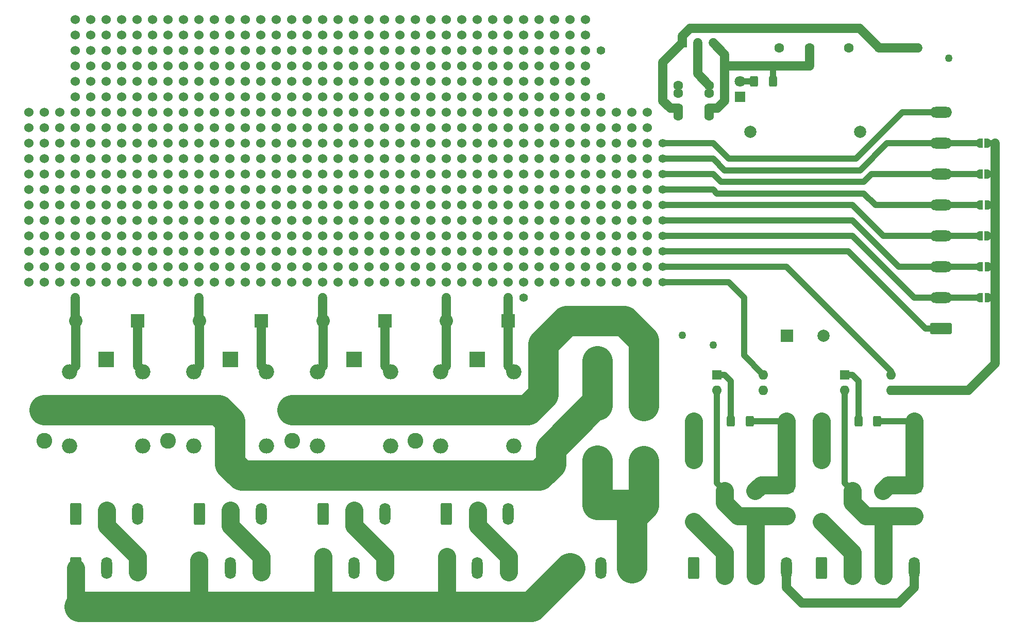
<source format=gbl>
G04 #@! TF.GenerationSoftware,KiCad,Pcbnew,7.0.9*
G04 #@! TF.CreationDate,2024-10-14T21:56:28+02:00*
G04 #@! TF.ProjectId,unister,756e6973-7465-4722-9e6b-696361645f70,rev?*
G04 #@! TF.SameCoordinates,Original*
G04 #@! TF.FileFunction,Copper,L2,Bot*
G04 #@! TF.FilePolarity,Positive*
%FSLAX46Y46*%
G04 Gerber Fmt 4.6, Leading zero omitted, Abs format (unit mm)*
G04 Created by KiCad (PCBNEW 7.0.9) date 2024-10-14 21:56:28*
%MOMM*%
%LPD*%
G01*
G04 APERTURE LIST*
G04 Aperture macros list*
%AMRoundRect*
0 Rectangle with rounded corners*
0 $1 Rounding radius*
0 $2 $3 $4 $5 $6 $7 $8 $9 X,Y pos of 4 corners*
0 Add a 4 corners polygon primitive as box body*
4,1,4,$2,$3,$4,$5,$6,$7,$8,$9,$2,$3,0*
0 Add four circle primitives for the rounded corners*
1,1,$1+$1,$2,$3*
1,1,$1+$1,$4,$5*
1,1,$1+$1,$6,$7*
1,1,$1+$1,$8,$9*
0 Add four rect primitives between the rounded corners*
20,1,$1+$1,$2,$3,$4,$5,0*
20,1,$1+$1,$4,$5,$6,$7,0*
20,1,$1+$1,$6,$7,$8,$9,0*
20,1,$1+$1,$8,$9,$2,$3,0*%
%AMFreePoly0*
4,1,19,0.500000,-0.750000,0.000000,-0.750000,0.000000,-0.744911,-0.071157,-0.744911,-0.207708,-0.704816,-0.327430,-0.627875,-0.420627,-0.520320,-0.479746,-0.390866,-0.500000,-0.250000,-0.500000,0.250000,-0.479746,0.390866,-0.420627,0.520320,-0.327430,0.627875,-0.207708,0.704816,-0.071157,0.744911,0.000000,0.744911,0.000000,0.750000,0.500000,0.750000,0.500000,-0.750000,0.500000,-0.750000,
$1*%
%AMFreePoly1*
4,1,19,0.000000,0.744911,0.071157,0.744911,0.207708,0.704816,0.327430,0.627875,0.420627,0.520320,0.479746,0.390866,0.500000,0.250000,0.500000,-0.250000,0.479746,-0.390866,0.420627,-0.520320,0.327430,-0.627875,0.207708,-0.704816,0.071157,-0.744911,0.000000,-0.744911,0.000000,-0.750000,-0.500000,-0.750000,-0.500000,0.750000,0.000000,0.750000,0.000000,0.744911,0.000000,0.744911,
$1*%
G04 Aperture macros list end*
G04 #@! TA.AperFunction,ComponentPad*
%ADD10R,2.000000X2.000000*%
G04 #@! TD*
G04 #@! TA.AperFunction,ComponentPad*
%ADD11C,2.000000*%
G04 #@! TD*
G04 #@! TA.AperFunction,ComponentPad*
%ADD12C,1.600000*%
G04 #@! TD*
G04 #@! TA.AperFunction,ComponentPad*
%ADD13O,1.600000X1.600000*%
G04 #@! TD*
G04 #@! TA.AperFunction,ComponentPad*
%ADD14C,1.524000*%
G04 #@! TD*
G04 #@! TA.AperFunction,ComponentPad*
%ADD15R,2.200000X2.200000*%
G04 #@! TD*
G04 #@! TA.AperFunction,ComponentPad*
%ADD16O,2.200000X2.200000*%
G04 #@! TD*
G04 #@! TA.AperFunction,ComponentPad*
%ADD17C,1.270000*%
G04 #@! TD*
G04 #@! TA.AperFunction,ComponentPad*
%ADD18C,1.400000*%
G04 #@! TD*
G04 #@! TA.AperFunction,ComponentPad*
%ADD19RoundRect,0.250000X1.550000X-0.650000X1.550000X0.650000X-1.550000X0.650000X-1.550000X-0.650000X0*%
G04 #@! TD*
G04 #@! TA.AperFunction,ComponentPad*
%ADD20O,3.600000X1.800000*%
G04 #@! TD*
G04 #@! TA.AperFunction,ComponentPad*
%ADD21RoundRect,0.250000X-0.650000X-1.550000X0.650000X-1.550000X0.650000X1.550000X-0.650000X1.550000X0*%
G04 #@! TD*
G04 #@! TA.AperFunction,ComponentPad*
%ADD22O,1.800000X3.600000*%
G04 #@! TD*
G04 #@! TA.AperFunction,ComponentPad*
%ADD23R,1.500000X1.500000*%
G04 #@! TD*
G04 #@! TA.AperFunction,ComponentPad*
%ADD24C,1.500000*%
G04 #@! TD*
G04 #@! TA.AperFunction,ComponentPad*
%ADD25R,2.500000X2.500000*%
G04 #@! TD*
G04 #@! TA.AperFunction,ComponentPad*
%ADD26O,2.500000X2.500000*%
G04 #@! TD*
G04 #@! TA.AperFunction,ComponentPad*
%ADD27RoundRect,0.500000X0.900000X-0.500000X0.900000X0.500000X-0.900000X0.500000X-0.900000X-0.500000X0*%
G04 #@! TD*
G04 #@! TA.AperFunction,ComponentPad*
%ADD28O,2.800000X2.000000*%
G04 #@! TD*
G04 #@! TA.AperFunction,ComponentPad*
%ADD29R,2.400000X2.400000*%
G04 #@! TD*
G04 #@! TA.AperFunction,ComponentPad*
%ADD30O,2.400000X2.400000*%
G04 #@! TD*
G04 #@! TA.AperFunction,ComponentPad*
%ADD31R,1.800000X1.800000*%
G04 #@! TD*
G04 #@! TA.AperFunction,ComponentPad*
%ADD32C,1.800000*%
G04 #@! TD*
G04 #@! TA.AperFunction,ComponentPad*
%ADD33RoundRect,0.650000X-0.650000X0.650000X-0.650000X-0.650000X0.650000X-0.650000X0.650000X0.650000X0*%
G04 #@! TD*
G04 #@! TA.AperFunction,ComponentPad*
%ADD34C,2.600000*%
G04 #@! TD*
G04 #@! TA.AperFunction,ComponentPad*
%ADD35R,1.600000X1.600000*%
G04 #@! TD*
G04 #@! TA.AperFunction,SMDPad,CuDef*
%ADD36FreePoly0,0.000000*%
G04 #@! TD*
G04 #@! TA.AperFunction,SMDPad,CuDef*
%ADD37FreePoly1,0.000000*%
G04 #@! TD*
G04 #@! TA.AperFunction,SMDPad,CuDef*
%ADD38RoundRect,0.250000X-0.400000X-0.625000X0.400000X-0.625000X0.400000X0.625000X-0.400000X0.625000X0*%
G04 #@! TD*
G04 #@! TA.AperFunction,SMDPad,CuDef*
%ADD39RoundRect,0.250000X0.400000X0.625000X-0.400000X0.625000X-0.400000X-0.625000X0.400000X-0.625000X0*%
G04 #@! TD*
G04 #@! TA.AperFunction,Conductor*
%ADD40C,5.000000*%
G04 #@! TD*
G04 #@! TA.AperFunction,Conductor*
%ADD41C,1.500000*%
G04 #@! TD*
G04 #@! TA.AperFunction,Conductor*
%ADD42C,1.000000*%
G04 #@! TD*
G04 #@! TA.AperFunction,Conductor*
%ADD43C,3.000000*%
G04 #@! TD*
G04 APERTURE END LIST*
D10*
X188025000Y-97100000D03*
D11*
X194025000Y-97100000D03*
X182025000Y-63500000D03*
X200025000Y-63500000D03*
D12*
X193675000Y-111125000D03*
D13*
X208915000Y-111125000D03*
D14*
X66040000Y-75565000D03*
X68580000Y-65405000D03*
X68580000Y-60325000D03*
D15*
X193675000Y-117475000D03*
D16*
X193675000Y-127635000D03*
D17*
X170805000Y-96990000D03*
X175905000Y-98590000D03*
D18*
X167640000Y-78105000D03*
D14*
X68580000Y-62865000D03*
D15*
X81297500Y-94615000D03*
D16*
X71137500Y-94615000D03*
D15*
X172720000Y-117475000D03*
D16*
X172720000Y-127635000D03*
D14*
X68580000Y-67945000D03*
D19*
X213360000Y-95885000D03*
D20*
X213360000Y-90805000D03*
X213360000Y-85725000D03*
X213360000Y-80645000D03*
X213360000Y-75565000D03*
X213360000Y-70485000D03*
X213360000Y-65405000D03*
X213360000Y-60325000D03*
D14*
X63500000Y-83185000D03*
D21*
X152400000Y-135255000D03*
D22*
X157480000Y-135255000D03*
X162560000Y-135255000D03*
D18*
X111760000Y-90805000D03*
D14*
X66040000Y-60325000D03*
D23*
X170815000Y-48895000D03*
D24*
X173355000Y-48895000D03*
X175895000Y-48895000D03*
D12*
X182840000Y-122555000D03*
X177840000Y-122555000D03*
X203755000Y-122555000D03*
X198755000Y-122555000D03*
D14*
X68580000Y-73025000D03*
D18*
X167640000Y-83185000D03*
D25*
X96537500Y-100965000D03*
D26*
X90537500Y-102965000D03*
X90537500Y-115165000D03*
X102537500Y-115165000D03*
X102537500Y-102965000D03*
D27*
X164465000Y-124935000D03*
X164465000Y-117665000D03*
D28*
X164465000Y-108585000D03*
X164465000Y-101315000D03*
D21*
X132088750Y-126365000D03*
D22*
X137168750Y-126365000D03*
X142248750Y-126365000D03*
D14*
X66040000Y-65405000D03*
X63500000Y-62865000D03*
D18*
X157480000Y-57785000D03*
D21*
X132088750Y-135255000D03*
D22*
X137168750Y-135255000D03*
X142248750Y-135255000D03*
D12*
X203160000Y-49715000D03*
X198160000Y-49715000D03*
D14*
X68580000Y-75565000D03*
D18*
X157480000Y-50165000D03*
D14*
X63500000Y-75565000D03*
D15*
X121955000Y-94615000D03*
D16*
X111795000Y-94615000D03*
D18*
X167640000Y-85725000D03*
D29*
X187960000Y-121585000D03*
D30*
X187960000Y-126665000D03*
D14*
X68580000Y-85725000D03*
D18*
X167640000Y-73025000D03*
D14*
X66040000Y-70485000D03*
X68580000Y-88265000D03*
D25*
X116875000Y-100965000D03*
D26*
X110875000Y-102965000D03*
X110875000Y-115165000D03*
X122875000Y-115165000D03*
X122875000Y-102965000D03*
D14*
X66040000Y-83185000D03*
D25*
X76200000Y-100965000D03*
D26*
X70200000Y-102965000D03*
X70200000Y-115165000D03*
X82200000Y-115165000D03*
X82200000Y-102965000D03*
D25*
X137160000Y-100965000D03*
D26*
X131160000Y-102965000D03*
X131160000Y-115165000D03*
X143160000Y-115165000D03*
X143160000Y-102965000D03*
D14*
X68580000Y-78105000D03*
D18*
X71120000Y-90805000D03*
D14*
X66040000Y-73025000D03*
D27*
X156845000Y-124840000D03*
X156845000Y-117570000D03*
D28*
X156845000Y-108490000D03*
X156845000Y-101220000D03*
D14*
X63500000Y-80645000D03*
D18*
X167640000Y-80645000D03*
D14*
X66040000Y-67945000D03*
X66040000Y-85725000D03*
D31*
X180340000Y-57785000D03*
D32*
X180340000Y-55245000D03*
D14*
X63500000Y-65405000D03*
D21*
X91457500Y-126365000D03*
D22*
X96537500Y-126365000D03*
X101617500Y-126365000D03*
D33*
X127000000Y-109220000D03*
D34*
X127000000Y-114300000D03*
D18*
X167640000Y-70485000D03*
X142240000Y-90805000D03*
D21*
X111777500Y-126365000D03*
D22*
X116857500Y-126365000D03*
X121937500Y-126365000D03*
D14*
X68580000Y-83185000D03*
X63500000Y-88265000D03*
X157480000Y-62865000D03*
X160020000Y-62865000D03*
X162560000Y-62865000D03*
X165100000Y-62865000D03*
X157480000Y-65405000D03*
X160020000Y-65405000D03*
X162560000Y-65405000D03*
X165100000Y-65405000D03*
X157480000Y-67945000D03*
X160020000Y-67945000D03*
X162560000Y-67945000D03*
X165100000Y-67945000D03*
X157480000Y-70485000D03*
X160020000Y-70485000D03*
X162560000Y-70485000D03*
X165100000Y-70485000D03*
X157480000Y-73025000D03*
X160020000Y-73025000D03*
X162560000Y-73025000D03*
X165100000Y-73025000D03*
X157480000Y-75565000D03*
X160020000Y-75565000D03*
X162560000Y-75565000D03*
X165100000Y-75565000D03*
X157480000Y-78105000D03*
X160020000Y-78105000D03*
X162560000Y-78105000D03*
X165100000Y-78105000D03*
X157480000Y-80645000D03*
X160020000Y-80645000D03*
X162560000Y-80645000D03*
X165100000Y-80645000D03*
X157480000Y-83185000D03*
X160020000Y-83185000D03*
X71120000Y-45085000D03*
X162560000Y-83185000D03*
X73660000Y-45085000D03*
X165100000Y-83185000D03*
X76200000Y-45085000D03*
X157480000Y-85725000D03*
X78740000Y-45085000D03*
X160020000Y-85725000D03*
X81280000Y-45085000D03*
X162560000Y-85725000D03*
X83820000Y-45085000D03*
X165100000Y-85725000D03*
X86360000Y-45085000D03*
X157480000Y-88265000D03*
X88900000Y-45085000D03*
X160020000Y-88265000D03*
X91440000Y-45085000D03*
X162560000Y-88265000D03*
X93980000Y-45085000D03*
X165100000Y-88265000D03*
X96520000Y-45085000D03*
X99060000Y-45085000D03*
X101600000Y-45085000D03*
X104140000Y-45085000D03*
X106680000Y-45085000D03*
X109220000Y-45085000D03*
X111760000Y-45085000D03*
X114300000Y-45085000D03*
X116840000Y-45085000D03*
X119380000Y-45085000D03*
X121920000Y-45085000D03*
X124460000Y-45085000D03*
X127000000Y-45085000D03*
X129540000Y-45085000D03*
X132080000Y-45085000D03*
X134620000Y-45085000D03*
X137160000Y-45085000D03*
X139700000Y-45085000D03*
X142240000Y-45085000D03*
X144780000Y-45085000D03*
X147320000Y-45085000D03*
X149860000Y-45085000D03*
X152400000Y-45085000D03*
X154940000Y-45085000D03*
X71120000Y-47625000D03*
X73660000Y-47625000D03*
X76200000Y-47625000D03*
X78740000Y-47625000D03*
X81280000Y-47625000D03*
X83820000Y-47625000D03*
X86360000Y-47625000D03*
X88900000Y-47625000D03*
X91440000Y-47625000D03*
X93980000Y-47625000D03*
X96520000Y-47625000D03*
X99060000Y-47625000D03*
X101600000Y-47625000D03*
X104140000Y-47625000D03*
X106680000Y-47625000D03*
X109220000Y-47625000D03*
X111760000Y-47625000D03*
X114300000Y-47625000D03*
X116840000Y-47625000D03*
X119380000Y-47625000D03*
X121920000Y-47625000D03*
X124460000Y-47625000D03*
X127000000Y-47625000D03*
X129540000Y-47625000D03*
X132080000Y-47625000D03*
X134620000Y-47625000D03*
X137160000Y-47625000D03*
X139700000Y-47625000D03*
X142240000Y-47625000D03*
X144780000Y-47625000D03*
X147320000Y-47625000D03*
X149860000Y-47625000D03*
X152400000Y-47625000D03*
X154940000Y-47625000D03*
X71120000Y-50165000D03*
X73660000Y-50165000D03*
X76200000Y-50165000D03*
X78740000Y-50165000D03*
X81280000Y-50165000D03*
X83820000Y-50165000D03*
X86360000Y-50165000D03*
X88900000Y-50165000D03*
X91440000Y-50165000D03*
X93980000Y-50165000D03*
X96520000Y-50165000D03*
X99060000Y-50165000D03*
X101600000Y-50165000D03*
X104140000Y-50165000D03*
X106680000Y-50165000D03*
X109220000Y-50165000D03*
X111760000Y-50165000D03*
X114300000Y-50165000D03*
X116840000Y-50165000D03*
X119380000Y-50165000D03*
X121920000Y-50165000D03*
X124460000Y-50165000D03*
X127000000Y-50165000D03*
X129540000Y-50165000D03*
X132080000Y-50165000D03*
X134620000Y-50165000D03*
X137160000Y-50165000D03*
X139700000Y-50165000D03*
X142240000Y-50165000D03*
X144780000Y-50165000D03*
X147320000Y-50165000D03*
X149860000Y-50165000D03*
X152400000Y-50165000D03*
X154940000Y-50165000D03*
X71120000Y-52705000D03*
X73660000Y-52705000D03*
X76200000Y-52705000D03*
X78740000Y-52705000D03*
X81280000Y-52705000D03*
X83820000Y-52705000D03*
X86360000Y-52705000D03*
X88900000Y-52705000D03*
X91440000Y-52705000D03*
X93980000Y-52705000D03*
X96520000Y-52705000D03*
X99060000Y-52705000D03*
X101600000Y-52705000D03*
X104140000Y-52705000D03*
X106680000Y-52705000D03*
X109220000Y-52705000D03*
X111760000Y-52705000D03*
X114300000Y-52705000D03*
X116840000Y-52705000D03*
X119380000Y-52705000D03*
X121920000Y-52705000D03*
X124460000Y-52705000D03*
X127000000Y-52705000D03*
X129540000Y-52705000D03*
X132080000Y-52705000D03*
X134620000Y-52705000D03*
X137160000Y-52705000D03*
X139700000Y-52705000D03*
X142240000Y-52705000D03*
X144780000Y-52705000D03*
X147320000Y-52705000D03*
X149860000Y-52705000D03*
X152400000Y-52705000D03*
X154940000Y-52705000D03*
X71120000Y-55245000D03*
X73660000Y-55245000D03*
X76200000Y-55245000D03*
X78740000Y-55245000D03*
X81280000Y-55245000D03*
X83820000Y-55245000D03*
X86360000Y-55245000D03*
X88900000Y-55245000D03*
X91440000Y-55245000D03*
X93980000Y-55245000D03*
X96520000Y-55245000D03*
X99060000Y-55245000D03*
X101600000Y-55245000D03*
X104140000Y-55245000D03*
X106680000Y-55245000D03*
X109220000Y-55245000D03*
X111760000Y-55245000D03*
X114300000Y-55245000D03*
X116840000Y-55245000D03*
X119380000Y-55245000D03*
X121920000Y-55245000D03*
X124460000Y-55245000D03*
X127000000Y-55245000D03*
X129540000Y-55245000D03*
X132080000Y-55245000D03*
X134620000Y-55245000D03*
X137160000Y-55245000D03*
X139700000Y-55245000D03*
X142240000Y-55245000D03*
X144780000Y-55245000D03*
X147320000Y-55245000D03*
X149860000Y-55245000D03*
X152400000Y-55245000D03*
X154940000Y-55245000D03*
X71120000Y-57785000D03*
X73660000Y-57785000D03*
X76200000Y-57785000D03*
X78740000Y-57785000D03*
X81280000Y-57785000D03*
X83820000Y-57785000D03*
X86360000Y-57785000D03*
X88900000Y-57785000D03*
X91440000Y-57785000D03*
X93980000Y-57785000D03*
X96520000Y-57785000D03*
X99060000Y-57785000D03*
X101600000Y-57785000D03*
X104140000Y-57785000D03*
X106680000Y-57785000D03*
X109220000Y-57785000D03*
X111760000Y-57785000D03*
X114300000Y-57785000D03*
X116840000Y-57785000D03*
X119380000Y-57785000D03*
X121920000Y-57785000D03*
X124460000Y-57785000D03*
X127000000Y-57785000D03*
X129540000Y-57785000D03*
X132080000Y-57785000D03*
X134620000Y-57785000D03*
X137160000Y-57785000D03*
X139700000Y-57785000D03*
X142240000Y-57785000D03*
X144780000Y-57785000D03*
X147320000Y-57785000D03*
X149860000Y-57785000D03*
X152400000Y-57785000D03*
X154940000Y-57785000D03*
X71120000Y-60325000D03*
X73660000Y-60325000D03*
X76200000Y-60325000D03*
X78740000Y-60325000D03*
X81280000Y-60325000D03*
X83820000Y-60325000D03*
X86360000Y-60325000D03*
X88900000Y-60325000D03*
X91440000Y-60325000D03*
X93980000Y-60325000D03*
X96520000Y-60325000D03*
X99060000Y-60325000D03*
X101600000Y-60325000D03*
X104140000Y-60325000D03*
X106680000Y-60325000D03*
X109220000Y-60325000D03*
X111760000Y-60325000D03*
X114300000Y-60325000D03*
X116840000Y-60325000D03*
X119380000Y-60325000D03*
X121920000Y-60325000D03*
X124460000Y-60325000D03*
X127000000Y-60325000D03*
X129540000Y-60325000D03*
X132080000Y-60325000D03*
X134620000Y-60325000D03*
X137160000Y-60325000D03*
X139700000Y-60325000D03*
X142240000Y-60325000D03*
X144780000Y-60325000D03*
X147320000Y-60325000D03*
X149860000Y-60325000D03*
X152400000Y-60325000D03*
X154940000Y-60325000D03*
X71120000Y-62865000D03*
X73660000Y-62865000D03*
X76200000Y-62865000D03*
X78740000Y-62865000D03*
X81280000Y-62865000D03*
X83820000Y-62865000D03*
X86360000Y-62865000D03*
X88900000Y-62865000D03*
X91440000Y-62865000D03*
X93980000Y-62865000D03*
X96520000Y-62865000D03*
X99060000Y-62865000D03*
X101600000Y-62865000D03*
X104140000Y-62865000D03*
X106680000Y-62865000D03*
X109220000Y-62865000D03*
X111760000Y-62865000D03*
X114300000Y-62865000D03*
X116840000Y-62865000D03*
X119380000Y-62865000D03*
X121920000Y-62865000D03*
X124460000Y-62865000D03*
X127000000Y-62865000D03*
X129540000Y-62865000D03*
X132080000Y-62865000D03*
X134620000Y-62865000D03*
X137160000Y-62865000D03*
X139700000Y-62865000D03*
X142240000Y-62865000D03*
X144780000Y-62865000D03*
X147320000Y-62865000D03*
X149860000Y-62865000D03*
X152400000Y-62865000D03*
X154940000Y-62865000D03*
X71120000Y-65405000D03*
X73660000Y-65405000D03*
X76200000Y-65405000D03*
X78740000Y-65405000D03*
X81280000Y-65405000D03*
X83820000Y-65405000D03*
X86360000Y-65405000D03*
X88900000Y-65405000D03*
X91440000Y-65405000D03*
X93980000Y-65405000D03*
X96520000Y-65405000D03*
X99060000Y-65405000D03*
X101600000Y-65405000D03*
X104140000Y-65405000D03*
X106680000Y-65405000D03*
X109220000Y-65405000D03*
X111760000Y-65405000D03*
X114300000Y-65405000D03*
X116840000Y-65405000D03*
X119380000Y-65405000D03*
X121920000Y-65405000D03*
X124460000Y-65405000D03*
X127000000Y-65405000D03*
X129540000Y-65405000D03*
X132080000Y-65405000D03*
X134620000Y-65405000D03*
X137160000Y-65405000D03*
X139700000Y-65405000D03*
X142240000Y-65405000D03*
X144780000Y-65405000D03*
X147320000Y-65405000D03*
X149860000Y-65405000D03*
X152400000Y-65405000D03*
X154940000Y-65405000D03*
X71120000Y-67945000D03*
X73660000Y-67945000D03*
X76200000Y-67945000D03*
X78740000Y-67945000D03*
X81280000Y-67945000D03*
X83820000Y-67945000D03*
X86360000Y-67945000D03*
X88900000Y-67945000D03*
X91440000Y-67945000D03*
X93980000Y-67945000D03*
X96520000Y-67945000D03*
X99060000Y-67945000D03*
X101600000Y-67945000D03*
X104140000Y-67945000D03*
X106680000Y-67945000D03*
X109220000Y-67945000D03*
X111760000Y-67945000D03*
X114300000Y-67945000D03*
X116840000Y-67945000D03*
X119380000Y-67945000D03*
X121920000Y-67945000D03*
X124460000Y-67945000D03*
X127000000Y-67945000D03*
X129540000Y-67945000D03*
X132080000Y-67945000D03*
X134620000Y-67945000D03*
X137160000Y-67945000D03*
X139700000Y-67945000D03*
X142240000Y-67945000D03*
X144780000Y-67945000D03*
X147320000Y-67945000D03*
X149860000Y-67945000D03*
X152400000Y-67945000D03*
X154940000Y-67945000D03*
X71120000Y-70485000D03*
X73660000Y-70485000D03*
X76200000Y-70485000D03*
X78740000Y-70485000D03*
X81280000Y-70485000D03*
X83820000Y-70485000D03*
X86360000Y-70485000D03*
X88900000Y-70485000D03*
X91440000Y-70485000D03*
X93980000Y-70485000D03*
X96520000Y-70485000D03*
X99060000Y-70485000D03*
X101600000Y-70485000D03*
X104140000Y-70485000D03*
X106680000Y-70485000D03*
X109220000Y-70485000D03*
X111760000Y-70485000D03*
X114300000Y-70485000D03*
X116840000Y-70485000D03*
X119380000Y-70485000D03*
X121920000Y-70485000D03*
X124460000Y-70485000D03*
X127000000Y-70485000D03*
X129540000Y-70485000D03*
X132080000Y-70485000D03*
X134620000Y-70485000D03*
X137160000Y-70485000D03*
X139700000Y-70485000D03*
X142240000Y-70485000D03*
X144780000Y-70485000D03*
X147320000Y-70485000D03*
X149860000Y-70485000D03*
X152400000Y-70485000D03*
X154940000Y-70485000D03*
X71120000Y-73025000D03*
X73660000Y-73025000D03*
X76200000Y-73025000D03*
X78740000Y-73025000D03*
X81280000Y-73025000D03*
X83820000Y-73025000D03*
X86360000Y-73025000D03*
X88900000Y-73025000D03*
X91440000Y-73025000D03*
X93980000Y-73025000D03*
X96520000Y-73025000D03*
X99060000Y-73025000D03*
X101600000Y-73025000D03*
X104140000Y-73025000D03*
X106680000Y-73025000D03*
X109220000Y-73025000D03*
X111760000Y-73025000D03*
X114300000Y-73025000D03*
X116840000Y-73025000D03*
X119380000Y-73025000D03*
X121920000Y-73025000D03*
X124460000Y-73025000D03*
X127000000Y-73025000D03*
X129540000Y-73025000D03*
X132080000Y-73025000D03*
X134620000Y-73025000D03*
X137160000Y-73025000D03*
X139700000Y-73025000D03*
X142240000Y-73025000D03*
X144780000Y-73025000D03*
X147320000Y-73025000D03*
X149860000Y-73025000D03*
X152400000Y-73025000D03*
X154940000Y-73025000D03*
X71120000Y-75565000D03*
X73660000Y-75565000D03*
X76200000Y-75565000D03*
X78740000Y-75565000D03*
X81280000Y-75565000D03*
X83820000Y-75565000D03*
X86360000Y-75565000D03*
X88900000Y-75565000D03*
X91440000Y-75565000D03*
X93980000Y-75565000D03*
X96520000Y-75565000D03*
X99060000Y-75565000D03*
X101600000Y-75565000D03*
X104140000Y-75565000D03*
X106680000Y-75565000D03*
X109220000Y-75565000D03*
X111760000Y-75565000D03*
X114300000Y-75565000D03*
X116840000Y-75565000D03*
X119380000Y-75565000D03*
X121920000Y-75565000D03*
X124460000Y-75565000D03*
X127000000Y-75565000D03*
X129540000Y-75565000D03*
X132080000Y-75565000D03*
X134620000Y-75565000D03*
X137160000Y-75565000D03*
X139700000Y-75565000D03*
X142240000Y-75565000D03*
X144780000Y-75565000D03*
X147320000Y-75565000D03*
X149860000Y-75565000D03*
X152400000Y-75565000D03*
X154940000Y-75565000D03*
X71120000Y-78105000D03*
X73660000Y-78105000D03*
X76200000Y-78105000D03*
X78740000Y-78105000D03*
X81280000Y-78105000D03*
X83820000Y-78105000D03*
X86360000Y-78105000D03*
X88900000Y-78105000D03*
X91440000Y-78105000D03*
X93980000Y-78105000D03*
X96520000Y-78105000D03*
X99060000Y-78105000D03*
X101600000Y-78105000D03*
X104140000Y-78105000D03*
X106680000Y-78105000D03*
X109220000Y-78105000D03*
X111760000Y-78105000D03*
X114300000Y-78105000D03*
X116840000Y-78105000D03*
X119380000Y-78105000D03*
X121920000Y-78105000D03*
X124460000Y-78105000D03*
X127000000Y-78105000D03*
X129540000Y-78105000D03*
X132080000Y-78105000D03*
X134620000Y-78105000D03*
X137160000Y-78105000D03*
X139700000Y-78105000D03*
X142240000Y-78105000D03*
X144780000Y-78105000D03*
X147320000Y-78105000D03*
X149860000Y-78105000D03*
X152400000Y-78105000D03*
X154940000Y-78105000D03*
X71120000Y-80645000D03*
X73660000Y-80645000D03*
X76200000Y-80645000D03*
X78740000Y-80645000D03*
X81280000Y-80645000D03*
X83820000Y-80645000D03*
X86360000Y-80645000D03*
X88900000Y-80645000D03*
X91440000Y-80645000D03*
X93980000Y-80645000D03*
X96520000Y-80645000D03*
X99060000Y-80645000D03*
X101600000Y-80645000D03*
X104140000Y-80645000D03*
X106680000Y-80645000D03*
X109220000Y-80645000D03*
X111760000Y-80645000D03*
X114300000Y-80645000D03*
X116840000Y-80645000D03*
X119380000Y-80645000D03*
X121920000Y-80645000D03*
X124460000Y-80645000D03*
X127000000Y-80645000D03*
X129540000Y-80645000D03*
X132080000Y-80645000D03*
X134620000Y-80645000D03*
X137160000Y-80645000D03*
X139700000Y-80645000D03*
X142240000Y-80645000D03*
X144780000Y-80645000D03*
X147320000Y-80645000D03*
X149860000Y-80645000D03*
X152400000Y-80645000D03*
X154940000Y-80645000D03*
X71120000Y-83185000D03*
X73660000Y-83185000D03*
X76200000Y-83185000D03*
X78740000Y-83185000D03*
X81280000Y-83185000D03*
X83820000Y-83185000D03*
X86360000Y-83185000D03*
X88900000Y-83185000D03*
X91440000Y-83185000D03*
X93980000Y-83185000D03*
X96520000Y-83185000D03*
X99060000Y-83185000D03*
X101600000Y-83185000D03*
X104140000Y-83185000D03*
X106680000Y-83185000D03*
X109220000Y-83185000D03*
X111760000Y-83185000D03*
X114300000Y-83185000D03*
X116840000Y-83185000D03*
X119380000Y-83185000D03*
X121920000Y-83185000D03*
X124460000Y-83185000D03*
X127000000Y-83185000D03*
X129540000Y-83185000D03*
X132080000Y-83185000D03*
X134620000Y-83185000D03*
X137160000Y-83185000D03*
X139700000Y-83185000D03*
X142240000Y-83185000D03*
X144780000Y-83185000D03*
X147320000Y-83185000D03*
X149860000Y-83185000D03*
X152400000Y-83185000D03*
X154940000Y-83185000D03*
X71120000Y-85725000D03*
X73660000Y-85725000D03*
X76200000Y-85725000D03*
X78740000Y-85725000D03*
X81280000Y-85725000D03*
X83820000Y-85725000D03*
X86360000Y-85725000D03*
X88900000Y-85725000D03*
X91440000Y-85725000D03*
X93980000Y-85725000D03*
X96520000Y-85725000D03*
X99060000Y-85725000D03*
X101600000Y-85725000D03*
X104140000Y-85725000D03*
X106680000Y-85725000D03*
X109220000Y-85725000D03*
X111760000Y-85725000D03*
X114300000Y-85725000D03*
X116840000Y-85725000D03*
X119380000Y-85725000D03*
X121920000Y-85725000D03*
X124460000Y-85725000D03*
X127000000Y-85725000D03*
X129540000Y-85725000D03*
X132080000Y-85725000D03*
X134620000Y-85725000D03*
X137160000Y-85725000D03*
X139700000Y-85725000D03*
X142240000Y-85725000D03*
X144780000Y-85725000D03*
X147320000Y-85725000D03*
X149860000Y-85725000D03*
X152400000Y-85725000D03*
X154940000Y-85725000D03*
X71120000Y-88265000D03*
X73660000Y-88265000D03*
X76200000Y-88265000D03*
X78740000Y-88265000D03*
X81280000Y-88265000D03*
X83820000Y-88265000D03*
X86360000Y-88265000D03*
X88900000Y-88265000D03*
X91440000Y-88265000D03*
X93980000Y-88265000D03*
X96520000Y-88265000D03*
X99060000Y-88265000D03*
X101600000Y-88265000D03*
X104140000Y-88265000D03*
X106680000Y-88265000D03*
X109220000Y-88265000D03*
X111760000Y-88265000D03*
X114300000Y-88265000D03*
X116840000Y-88265000D03*
X119380000Y-88265000D03*
X121920000Y-88265000D03*
X124460000Y-88265000D03*
X127000000Y-88265000D03*
X129540000Y-88265000D03*
X132080000Y-88265000D03*
X134620000Y-88265000D03*
X137160000Y-88265000D03*
X139700000Y-88265000D03*
X142240000Y-88265000D03*
X144780000Y-88265000D03*
X147320000Y-88265000D03*
X149860000Y-88265000D03*
X152400000Y-88265000D03*
X154940000Y-88265000D03*
X157480000Y-60325000D03*
X160020000Y-60325000D03*
X162560000Y-60325000D03*
X165100000Y-60325000D03*
D21*
X193675000Y-135255000D03*
D22*
X198755000Y-135255000D03*
X203835000Y-135255000D03*
X208915000Y-135255000D03*
D14*
X63500000Y-60325000D03*
D12*
X191770000Y-49715000D03*
X186770000Y-49715000D03*
D14*
X63500000Y-70485000D03*
X66040000Y-88265000D03*
D12*
X170180000Y-60920000D03*
X170180000Y-59670000D03*
X170180000Y-57170000D03*
X170180000Y-55920000D03*
D15*
X142248750Y-94615000D03*
D16*
X132088750Y-94615000D03*
D18*
X132080000Y-90805000D03*
D14*
X68580000Y-70485000D03*
D18*
X91440000Y-90805000D03*
D33*
X86360000Y-109220000D03*
D34*
X86360000Y-114300000D03*
D14*
X66040000Y-80645000D03*
X66040000Y-62865000D03*
D35*
X197485000Y-103505000D03*
D13*
X197485000Y-106045000D03*
X205105000Y-106045000D03*
X205105000Y-103505000D03*
D21*
X91457500Y-135255000D03*
D22*
X96537500Y-135255000D03*
X101617500Y-135255000D03*
D21*
X71137500Y-126365000D03*
D22*
X76217500Y-126365000D03*
X81297500Y-126365000D03*
D17*
X214630000Y-51435000D03*
X209530000Y-49835000D03*
D14*
X63500000Y-85725000D03*
D18*
X167640000Y-75565000D03*
D33*
X66040000Y-109220000D03*
D34*
X66040000Y-114300000D03*
D21*
X172720000Y-135255000D03*
D22*
X177800000Y-135255000D03*
X182880000Y-135255000D03*
X187960000Y-135255000D03*
D14*
X63500000Y-73025000D03*
D18*
X167640000Y-88265000D03*
D21*
X71137500Y-135255000D03*
D22*
X76217500Y-135255000D03*
X81297500Y-135255000D03*
D33*
X106697500Y-109220000D03*
D34*
X106697500Y-114300000D03*
D35*
X176540000Y-103500000D03*
D13*
X176540000Y-106040000D03*
X184160000Y-106040000D03*
X184160000Y-103500000D03*
D18*
X144780000Y-90805000D03*
D12*
X175260000Y-60920000D03*
X175260000Y-59670000D03*
X175260000Y-57170000D03*
X175260000Y-55920000D03*
D21*
X111777500Y-135255000D03*
D22*
X116857500Y-135255000D03*
X121937500Y-135255000D03*
D12*
X172720000Y-111125000D03*
D13*
X187960000Y-111125000D03*
D14*
X63500000Y-78105000D03*
X63500000Y-67945000D03*
D18*
X167640000Y-65405000D03*
X167640000Y-67945000D03*
D14*
X68580000Y-80645000D03*
D15*
X101617500Y-94615000D03*
D16*
X91457500Y-94615000D03*
D14*
X66040000Y-78105000D03*
D29*
X208915000Y-121585000D03*
D30*
X208915000Y-126665000D03*
D36*
X219680000Y-65405000D03*
D37*
X220980000Y-65405000D03*
D36*
X219710000Y-75565000D03*
D37*
X221010000Y-75565000D03*
D36*
X219680000Y-80645000D03*
D37*
X220980000Y-80645000D03*
D36*
X219710000Y-85725000D03*
D37*
X221010000Y-85725000D03*
D36*
X219710000Y-90805000D03*
D37*
X221010000Y-90805000D03*
D38*
X182600000Y-55245000D03*
X185700000Y-55245000D03*
D39*
X202845000Y-111125000D03*
X199745000Y-111125000D03*
X181890000Y-111125000D03*
X178790000Y-111125000D03*
D36*
X219680000Y-70485000D03*
D37*
X220980000Y-70485000D03*
D40*
X156845000Y-124840000D02*
X156845000Y-117570000D01*
X164370000Y-124840000D02*
X164465000Y-124935000D01*
X156845000Y-124840000D02*
X164370000Y-124840000D01*
X164465000Y-124935000D02*
X164465000Y-117665000D01*
X162560000Y-126840000D02*
X164465000Y-124935000D01*
D41*
X172085000Y-46540000D02*
X199985000Y-46540000D01*
X167640000Y-52070000D02*
X170815000Y-48895000D01*
X168890000Y-59670000D02*
X167640000Y-58420000D01*
X170815000Y-47810000D02*
X172085000Y-46540000D01*
X199985000Y-46540000D02*
X203160000Y-49715000D01*
X170815000Y-48895000D02*
X170815000Y-47810000D01*
X170180000Y-60920000D02*
X170180000Y-59670000D01*
X203160000Y-49715000D02*
X209550000Y-49715000D01*
X167640000Y-58420000D02*
X167640000Y-52070000D01*
X170180000Y-59670000D02*
X168890000Y-59670000D01*
X208915000Y-138430000D02*
X206375000Y-140970000D01*
X173355000Y-48895000D02*
X173355000Y-54015000D01*
D42*
X220980000Y-70485000D02*
X222250000Y-70485000D01*
D41*
X187960000Y-138430000D02*
X187960000Y-135255000D01*
D42*
X220980000Y-65405000D02*
X222250000Y-65405000D01*
D41*
X173355000Y-54015000D02*
X175260000Y-55920000D01*
D42*
X221010000Y-90805000D02*
X222250000Y-90805000D01*
D41*
X222250000Y-101600000D02*
X222250000Y-90805000D01*
X222250000Y-90805000D02*
X222250000Y-70485000D01*
X222250000Y-70485000D02*
X222250000Y-65405000D01*
X190500000Y-140970000D02*
X187960000Y-138430000D01*
X206375000Y-140970000D02*
X190500000Y-140970000D01*
D42*
X220980000Y-80645000D02*
X222250000Y-80645000D01*
D41*
X208915000Y-135255000D02*
X208915000Y-138430000D01*
D42*
X221010000Y-85725000D02*
X222250000Y-85725000D01*
D41*
X205105000Y-106045000D02*
X217805000Y-106045000D01*
D42*
X221010000Y-75565000D02*
X222250000Y-75565000D01*
D41*
X217805000Y-106045000D02*
X222250000Y-101600000D01*
X177800000Y-52705000D02*
X185420000Y-52705000D01*
X185420000Y-52705000D02*
X191770000Y-52705000D01*
X175260000Y-60920000D02*
X175260000Y-59670000D01*
X175260000Y-59670000D02*
X176550000Y-59670000D01*
D42*
X185700000Y-52985000D02*
X185420000Y-52705000D01*
D41*
X176550000Y-59670000D02*
X177800000Y-58420000D01*
D42*
X185700000Y-55245000D02*
X185700000Y-52985000D01*
D41*
X177800000Y-58420000D02*
X177800000Y-52705000D01*
X177800000Y-50800000D02*
X177800000Y-52705000D01*
X175895000Y-48895000D02*
X177800000Y-50800000D01*
X191770000Y-52705000D02*
X191770000Y-49715000D01*
D43*
X208915000Y-121585000D02*
X204725000Y-121585000D01*
X204725000Y-121585000D02*
X203755000Y-122555000D01*
X208915000Y-121585000D02*
X208915000Y-111125000D01*
D42*
X202845000Y-111125000D02*
X208915000Y-111125000D01*
D43*
X198755000Y-124460000D02*
X200960000Y-126665000D01*
X198755000Y-122555000D02*
X198755000Y-124460000D01*
X203835000Y-135255000D02*
X203835000Y-127300000D01*
X200960000Y-126665000D02*
X204470000Y-126665000D01*
D42*
X197485000Y-121285000D02*
X198755000Y-122555000D01*
D43*
X204470000Y-126665000D02*
X208915000Y-126665000D01*
X203835000Y-127300000D02*
X204470000Y-126665000D01*
X203835000Y-135255000D02*
X203835000Y-136525000D01*
D42*
X197485000Y-106045000D02*
X197485000Y-121285000D01*
X181890000Y-111125000D02*
X187960000Y-111125000D01*
D43*
X187960000Y-121585000D02*
X187960000Y-111125000D01*
X187960000Y-121585000D02*
X183770000Y-121585000D01*
X183770000Y-121585000D02*
X182800000Y-122555000D01*
D42*
X176530000Y-106045000D02*
X176530000Y-121285000D01*
D43*
X182880000Y-135255000D02*
X182880000Y-136525000D01*
X180005000Y-126665000D02*
X183515000Y-126665000D01*
X177800000Y-122555000D02*
X177800000Y-124460000D01*
X182880000Y-127300000D02*
X183515000Y-126665000D01*
X183515000Y-126665000D02*
X187960000Y-126665000D01*
D42*
X176530000Y-121285000D02*
X177800000Y-122555000D01*
D43*
X177800000Y-124460000D02*
X180005000Y-126665000D01*
X182880000Y-135255000D02*
X182880000Y-127300000D01*
D41*
X71137500Y-94615000D02*
X71137500Y-102027500D01*
X71137500Y-102027500D02*
X70200000Y-102965000D01*
X71120000Y-94597500D02*
X71137500Y-94615000D01*
X71120000Y-90805000D02*
X71120000Y-94597500D01*
X91457500Y-94615000D02*
X91457500Y-102045000D01*
X91440000Y-90805000D02*
X91440000Y-94597500D01*
X91457500Y-102045000D02*
X90537500Y-102965000D01*
X91440000Y-94597500D02*
X91457500Y-94615000D01*
X111795000Y-94615000D02*
X111795000Y-102045000D01*
X111760000Y-94580000D02*
X111795000Y-94615000D01*
X111795000Y-102045000D02*
X110875000Y-102965000D01*
X111760000Y-90805000D02*
X111760000Y-94580000D01*
X132088750Y-102036250D02*
X131160000Y-102965000D01*
X132080000Y-90805000D02*
X132080000Y-94606250D01*
X132080000Y-94606250D02*
X132088750Y-94615000D01*
X132088750Y-94615000D02*
X132088750Y-102036250D01*
D42*
X180340000Y-55245000D02*
X182600000Y-55245000D01*
D43*
X193675000Y-117475000D02*
X193675000Y-111125000D01*
X198755000Y-132715000D02*
X193675000Y-127635000D01*
X198755000Y-135255000D02*
X198755000Y-132715000D01*
X198755000Y-135255000D02*
X198755000Y-136525000D01*
X172720000Y-117475000D02*
X172720000Y-111125000D01*
X177800000Y-135255000D02*
X177800000Y-132715000D01*
X177800000Y-132715000D02*
X172720000Y-127635000D01*
X177800000Y-135255000D02*
X177800000Y-136525000D01*
D40*
X162560000Y-135255000D02*
X162560000Y-126840000D01*
X147320000Y-120015000D02*
X149225000Y-118110000D01*
X94615000Y-109220000D02*
X96520000Y-111125000D01*
X96520000Y-111125000D02*
X96520000Y-118110000D01*
X96520000Y-118110000D02*
X98425000Y-120015000D01*
X98425000Y-120015000D02*
X147320000Y-120015000D01*
X86360000Y-109220000D02*
X94615000Y-109220000D01*
X66040000Y-109220000D02*
X86360000Y-109220000D01*
X149225000Y-118110000D02*
X149225000Y-115570000D01*
X156845000Y-101220000D02*
X156845000Y-108490000D01*
X156305000Y-108490000D02*
X156845000Y-108490000D01*
X149225000Y-115570000D02*
X156305000Y-108490000D01*
X164465000Y-97790000D02*
X161290000Y-94615000D01*
X164465000Y-108585000D02*
X164465000Y-101315000D01*
X145415000Y-109220000D02*
X127000000Y-109220000D01*
X164465000Y-101315000D02*
X164465000Y-97790000D01*
X161290000Y-94615000D02*
X151765000Y-94615000D01*
X106697500Y-109220000D02*
X127000000Y-109220000D01*
X151765000Y-94615000D02*
X147955000Y-98425000D01*
X147955000Y-98425000D02*
X147955000Y-106680000D01*
X147955000Y-106680000D02*
X145415000Y-109220000D01*
D43*
X111777500Y-135255000D02*
X111777500Y-133367500D01*
D40*
X146050000Y-141605000D02*
X71755000Y-141605000D01*
X152400000Y-135255000D02*
X146050000Y-141605000D01*
D43*
X132106250Y-141587500D02*
X132088750Y-141605000D01*
X91440000Y-135890000D02*
X91440000Y-142240000D01*
X132106250Y-133358750D02*
X132097500Y-133350000D01*
X71137500Y-135255000D02*
X71137500Y-140987500D01*
X91440000Y-135890000D02*
X91440000Y-134002500D01*
X132106250Y-135255000D02*
X132106250Y-141587500D01*
X111777500Y-135255000D02*
X111777500Y-141605000D01*
X132106250Y-135255000D02*
X132106250Y-133358750D01*
X71137500Y-140987500D02*
X71755000Y-141605000D01*
X76217500Y-126365000D02*
X76217500Y-128270000D01*
X81297500Y-133350000D02*
X81297500Y-135255000D01*
X81297500Y-135255000D02*
X81297500Y-135890000D01*
X76217500Y-128270000D02*
X81297500Y-133350000D01*
X76217500Y-126365000D02*
X76217500Y-125730000D01*
X96537500Y-126365000D02*
X96537500Y-128270000D01*
X101617500Y-135255000D02*
X101617500Y-135890000D01*
X96537500Y-126365000D02*
X96537500Y-125730000D01*
X96537500Y-128270000D02*
X101617500Y-133350000D01*
X101617500Y-133350000D02*
X101617500Y-135255000D01*
X116857500Y-126365000D02*
X116857500Y-128270000D01*
X121937500Y-133350000D02*
X121937500Y-135255000D01*
X121937500Y-135255000D02*
X121937500Y-135890000D01*
X116857500Y-128270000D02*
X121937500Y-133350000D01*
X116857500Y-126365000D02*
X116857500Y-125730000D01*
X137177500Y-128270000D02*
X142257500Y-133350000D01*
X137177500Y-126365000D02*
X137177500Y-125730000D01*
X137177500Y-126365000D02*
X137177500Y-128270000D01*
X142257500Y-133350000D02*
X142257500Y-135255000D01*
X142257500Y-135255000D02*
X142257500Y-135890000D01*
D42*
X198120000Y-83185000D02*
X210820000Y-95885000D01*
X210820000Y-95885000D02*
X213360000Y-95885000D01*
X167640000Y-83185000D02*
X198120000Y-83185000D01*
X198755000Y-80645000D02*
X208915000Y-90805000D01*
X213360000Y-90805000D02*
X219710000Y-90805000D01*
X208915000Y-90805000D02*
X213360000Y-90805000D01*
X167640000Y-80645000D02*
X198755000Y-80645000D01*
X198755000Y-78105000D02*
X206375000Y-85725000D01*
X167640000Y-78105000D02*
X198755000Y-78105000D01*
X213360000Y-85725000D02*
X219710000Y-85725000D01*
X206375000Y-85725000D02*
X213360000Y-85725000D01*
X167640000Y-75565000D02*
X198755000Y-75565000D01*
X203835000Y-80645000D02*
X213360000Y-80645000D01*
X213360000Y-80645000D02*
X219680000Y-80645000D01*
X198755000Y-75565000D02*
X203835000Y-80645000D01*
X200660000Y-73660000D02*
X202565000Y-75565000D01*
X167640000Y-73025000D02*
X175895000Y-73025000D01*
X175895000Y-73025000D02*
X176530000Y-73660000D01*
X213360000Y-75565000D02*
X219710000Y-75565000D01*
X202565000Y-75565000D02*
X213360000Y-75565000D01*
X176530000Y-73660000D02*
X200660000Y-73660000D01*
X175895000Y-70485000D02*
X177165000Y-71755000D01*
X167640000Y-70485000D02*
X175895000Y-70485000D01*
X177165000Y-71755000D02*
X200660000Y-71755000D01*
X200660000Y-71755000D02*
X201930000Y-70485000D01*
X201930000Y-70485000D02*
X213360000Y-70485000D01*
X213360000Y-70485000D02*
X219680000Y-70485000D01*
X175895000Y-67945000D02*
X177800000Y-69850000D01*
X204470000Y-65405000D02*
X213360000Y-65405000D01*
X177800000Y-69850000D02*
X200025000Y-69850000D01*
X200025000Y-69850000D02*
X204470000Y-65405000D01*
X167640000Y-67945000D02*
X175895000Y-67945000D01*
X213360000Y-65405000D02*
X219680000Y-65405000D01*
X207010000Y-60325000D02*
X213360000Y-60325000D01*
X175895000Y-65405000D02*
X178435000Y-67945000D01*
X167640000Y-65405000D02*
X175895000Y-65405000D01*
X199390000Y-67945000D02*
X207010000Y-60325000D01*
X178435000Y-67945000D02*
X199390000Y-67945000D01*
X199745000Y-104495000D02*
X198755000Y-103505000D01*
X199745000Y-111125000D02*
X199745000Y-104495000D01*
X198755000Y-103505000D02*
X197485000Y-103505000D01*
X178790000Y-111125000D02*
X178790000Y-104495000D01*
X177800000Y-103505000D02*
X176530000Y-103505000D01*
X178790000Y-104495000D02*
X177800000Y-103505000D01*
X205105000Y-103505000D02*
X205105000Y-102870000D01*
X205105000Y-102870000D02*
X187960000Y-85725000D01*
X187960000Y-85725000D02*
X167640000Y-85725000D01*
X180975000Y-90805000D02*
X180975000Y-100315000D01*
X167640000Y-88265000D02*
X178435000Y-88265000D01*
X178435000Y-88265000D02*
X180975000Y-90805000D01*
X180975000Y-100315000D02*
X184160000Y-103500000D01*
D41*
X81297500Y-94615000D02*
X81297500Y-102062500D01*
X142248750Y-94615000D02*
X142248750Y-90813750D01*
X121955000Y-94615000D02*
X121955000Y-102045000D01*
X121955000Y-102045000D02*
X122875000Y-102965000D01*
X81297500Y-102062500D02*
X82200000Y-102965000D01*
X101617500Y-94615000D02*
X101617500Y-102045000D01*
X101617500Y-102045000D02*
X102537500Y-102965000D01*
X142248750Y-102053750D02*
X143160000Y-102965000D01*
X142248750Y-90813750D02*
X142240000Y-90805000D01*
X142248750Y-94615000D02*
X142248750Y-102053750D01*
M02*

</source>
